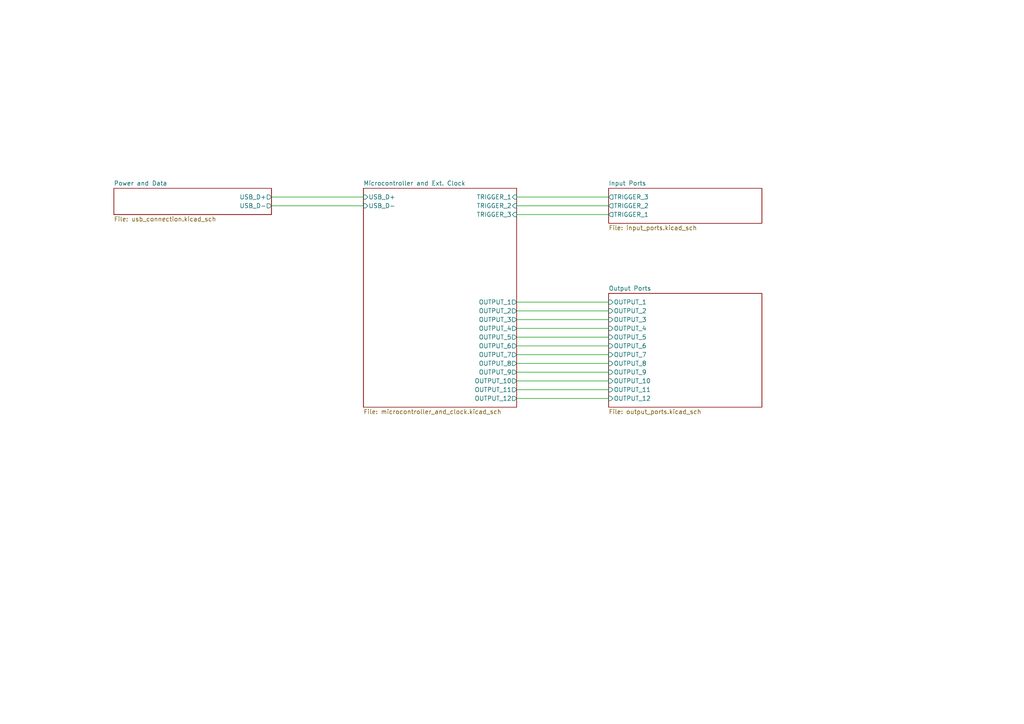
<source format=kicad_sch>
(kicad_sch
	(version 20250114)
	(generator "eeschema")
	(generator_version "9.0")
	(uuid "97d97b34-a2f9-4e5e-9870-299ade25a4f4")
	(paper "A4")
	(title_block
		(title "OpenSync Schematic")
		(date "2025-10-31")
		(rev "0.1")
		(company "OpenPIV Consortium")
	)
	(lib_symbols)
	(wire
		(pts
			(xy 149.86 110.49) (xy 176.53 110.49)
		)
		(stroke
			(width 0)
			(type default)
		)
		(uuid "056fdb12-fe10-47a7-be52-d64b84ebe9a1")
	)
	(wire
		(pts
			(xy 78.74 59.69) (xy 105.41 59.69)
		)
		(stroke
			(width 0)
			(type default)
		)
		(uuid "10a8bede-7b60-40cb-8267-921263c73f34")
	)
	(wire
		(pts
			(xy 149.86 102.87) (xy 176.53 102.87)
		)
		(stroke
			(width 0)
			(type default)
		)
		(uuid "110b15fb-e528-4e30-9109-a72e9a81309d")
	)
	(wire
		(pts
			(xy 149.86 100.33) (xy 176.53 100.33)
		)
		(stroke
			(width 0)
			(type default)
		)
		(uuid "27c68f03-4994-419f-9ced-7dbcc70673e0")
	)
	(wire
		(pts
			(xy 149.86 59.69) (xy 176.53 59.69)
		)
		(stroke
			(width 0)
			(type default)
		)
		(uuid "404fc0b5-ad9e-408d-ac95-07e99d776de1")
	)
	(wire
		(pts
			(xy 149.86 95.25) (xy 176.53 95.25)
		)
		(stroke
			(width 0)
			(type default)
		)
		(uuid "5ca378ae-eaf0-48b6-9cab-1a5d4c61ed54")
	)
	(wire
		(pts
			(xy 149.86 62.23) (xy 176.53 62.23)
		)
		(stroke
			(width 0)
			(type default)
		)
		(uuid "76448e18-9d52-4e5a-b3dc-ef505c1efaa6")
	)
	(wire
		(pts
			(xy 149.86 87.63) (xy 176.53 87.63)
		)
		(stroke
			(width 0)
			(type default)
		)
		(uuid "848904c4-d97e-4b2f-b48d-522fff3511ed")
	)
	(wire
		(pts
			(xy 78.74 57.15) (xy 105.41 57.15)
		)
		(stroke
			(width 0)
			(type default)
		)
		(uuid "84dbadb9-6530-4a71-b11e-221b8ed4d647")
	)
	(wire
		(pts
			(xy 149.86 97.79) (xy 176.53 97.79)
		)
		(stroke
			(width 0)
			(type default)
		)
		(uuid "84f60665-2535-4f66-a1fb-8731388efefc")
	)
	(wire
		(pts
			(xy 149.86 113.03) (xy 176.53 113.03)
		)
		(stroke
			(width 0)
			(type default)
		)
		(uuid "979a7f40-cf0a-4274-a4fb-8f901dd889ad")
	)
	(wire
		(pts
			(xy 149.86 105.41) (xy 176.53 105.41)
		)
		(stroke
			(width 0)
			(type default)
		)
		(uuid "a5a6d2f2-9772-49db-89f8-b43531a99916")
	)
	(wire
		(pts
			(xy 149.86 107.95) (xy 176.53 107.95)
		)
		(stroke
			(width 0)
			(type default)
		)
		(uuid "dd8f0b96-c0b7-44c0-8ad2-47d96284cdf1")
	)
	(wire
		(pts
			(xy 149.86 90.17) (xy 176.53 90.17)
		)
		(stroke
			(width 0)
			(type default)
		)
		(uuid "de5e03e6-1751-43a1-ab92-3a0013093bfb")
	)
	(wire
		(pts
			(xy 149.86 57.15) (xy 176.53 57.15)
		)
		(stroke
			(width 0)
			(type default)
		)
		(uuid "e2a58d8b-6e02-47b1-bf70-bccd3bf552c3")
	)
	(wire
		(pts
			(xy 149.86 92.71) (xy 176.53 92.71)
		)
		(stroke
			(width 0)
			(type default)
		)
		(uuid "fbb5d2c0-895c-4fdb-8c7e-1aa76cdc9056")
	)
	(wire
		(pts
			(xy 149.86 115.57) (xy 176.53 115.57)
		)
		(stroke
			(width 0)
			(type default)
		)
		(uuid "feb27614-3a4c-4465-90a0-b5222127d77f")
	)
	(sheet
		(at 105.41 54.61)
		(size 44.45 63.5)
		(exclude_from_sim no)
		(in_bom yes)
		(on_board yes)
		(dnp no)
		(fields_autoplaced yes)
		(stroke
			(width 0.1524)
			(type solid)
		)
		(fill
			(color 0 0 0 0.0000)
		)
		(uuid "1cb4b724-597c-4248-8518-89ecf4cdd3ac")
		(property "Sheetname" "Microcontroller and Ext. Clock"
			(at 105.41 53.8984 0)
			(effects
				(font
					(size 1.27 1.27)
				)
				(justify left bottom)
			)
		)
		(property "Sheetfile" "microcontroller_and_clock.kicad_sch"
			(at 105.41 118.6946 0)
			(effects
				(font
					(size 1.27 1.27)
				)
				(justify left top)
			)
		)
		(pin "OUTPUT_1" output
			(at 149.86 87.63 0)
			(uuid "d65e12b0-f756-4704-9fa0-fa4367c3c531")
			(effects
				(font
					(size 1.27 1.27)
				)
				(justify right)
			)
		)
		(pin "OUTPUT_2" output
			(at 149.86 90.17 0)
			(uuid "70f50aa9-3461-444a-9b6c-0f4d7b62000c")
			(effects
				(font
					(size 1.27 1.27)
				)
				(justify right)
			)
		)
		(pin "OUTPUT_3" output
			(at 149.86 92.71 0)
			(uuid "ad755855-cafd-4cb7-b6c0-a8ac50e161ae")
			(effects
				(font
					(size 1.27 1.27)
				)
				(justify right)
			)
		)
		(pin "OUTPUT_4" output
			(at 149.86 95.25 0)
			(uuid "bd732850-c9b0-43f0-b980-e713eece00c0")
			(effects
				(font
					(size 1.27 1.27)
				)
				(justify right)
			)
		)
		(pin "OUTPUT_5" output
			(at 149.86 97.79 0)
			(uuid "7d5f4ea6-fb36-4731-bf18-1d809753981b")
			(effects
				(font
					(size 1.27 1.27)
				)
				(justify right)
			)
		)
		(pin "OUTPUT_6" output
			(at 149.86 100.33 0)
			(uuid "3af9c1ce-c8b8-4b81-86f2-622ba68de2ab")
			(effects
				(font
					(size 1.27 1.27)
				)
				(justify right)
			)
		)
		(pin "OUTPUT_7" output
			(at 149.86 102.87 0)
			(uuid "3c84ac7d-2cca-4f46-b413-3fe8ab42f8d7")
			(effects
				(font
					(size 1.27 1.27)
				)
				(justify right)
			)
		)
		(pin "OUTPUT_8" output
			(at 149.86 105.41 0)
			(uuid "958257fb-a1b6-47c7-8259-1ac1f3fe0c3c")
			(effects
				(font
					(size 1.27 1.27)
				)
				(justify right)
			)
		)
		(pin "OUTPUT_9" output
			(at 149.86 107.95 0)
			(uuid "8aa14629-a9da-4493-9531-0ba799f977ef")
			(effects
				(font
					(size 1.27 1.27)
				)
				(justify right)
			)
		)
		(pin "OUTPUT_10" output
			(at 149.86 110.49 0)
			(uuid "99149519-8ac4-4a31-81a9-e85b70552607")
			(effects
				(font
					(size 1.27 1.27)
				)
				(justify right)
			)
		)
		(pin "OUTPUT_11" output
			(at 149.86 113.03 0)
			(uuid "ec6935b4-862a-4e9d-9da4-dd55e9f76173")
			(effects
				(font
					(size 1.27 1.27)
				)
				(justify right)
			)
		)
		(pin "OUTPUT_12" output
			(at 149.86 115.57 0)
			(uuid "7e123de7-fc53-4af8-b4e4-ba4d37e690b1")
			(effects
				(font
					(size 1.27 1.27)
				)
				(justify right)
			)
		)
		(pin "TRIGGER_1" input
			(at 149.86 57.15 0)
			(uuid "ced4272e-a850-469a-92f9-93cfd3e5bb1c")
			(effects
				(font
					(size 1.27 1.27)
				)
				(justify right)
			)
		)
		(pin "TRIGGER_2" input
			(at 149.86 59.69 0)
			(uuid "93a70603-e1d4-4105-bf6b-3de837e08f6a")
			(effects
				(font
					(size 1.27 1.27)
				)
				(justify right)
			)
		)
		(pin "TRIGGER_3" input
			(at 149.86 62.23 0)
			(uuid "5470131e-b967-482a-817d-acfc742b044e")
			(effects
				(font
					(size 1.27 1.27)
				)
				(justify right)
			)
		)
		(pin "USB_D+" input
			(at 105.41 57.15 180)
			(uuid "2041aa0a-28c5-44d6-9d76-cf8495db59f0")
			(effects
				(font
					(size 1.27 1.27)
				)
				(justify left)
			)
		)
		(pin "USB_D-" input
			(at 105.41 59.69 180)
			(uuid "e9dd4c28-8415-41d1-a4a1-7020d9d7f0fa")
			(effects
				(font
					(size 1.27 1.27)
				)
				(justify left)
			)
		)
		(instances
			(project "opensync_prototype"
				(path "/97d97b34-a2f9-4e5e-9870-299ade25a4f4"
					(page "2")
				)
			)
		)
	)
	(sheet
		(at 176.53 85.09)
		(size 44.45 33.02)
		(exclude_from_sim no)
		(in_bom yes)
		(on_board yes)
		(dnp no)
		(fields_autoplaced yes)
		(stroke
			(width 0.1524)
			(type solid)
		)
		(fill
			(color 0 0 0 0.0000)
		)
		(uuid "371fce6d-ac19-491d-b1fc-27f5ac1440e8")
		(property "Sheetname" "Output Ports"
			(at 176.53 84.3784 0)
			(effects
				(font
					(size 1.27 1.27)
				)
				(justify left bottom)
			)
		)
		(property "Sheetfile" "output_ports.kicad_sch"
			(at 176.53 118.6946 0)
			(effects
				(font
					(size 1.27 1.27)
				)
				(justify left top)
			)
		)
		(pin "OUTPUT_1" input
			(at 176.53 87.63 180)
			(uuid "8cd2d843-f51a-4cfd-934d-d98f2d967fbf")
			(effects
				(font
					(size 1.27 1.27)
				)
				(justify left)
			)
		)
		(pin "OUTPUT_2" input
			(at 176.53 90.17 180)
			(uuid "6f378fa7-8281-48ec-83f1-53198ec982bb")
			(effects
				(font
					(size 1.27 1.27)
				)
				(justify left)
			)
		)
		(pin "OUTPUT_3" input
			(at 176.53 92.71 180)
			(uuid "1b4c530a-82cf-4bff-8f02-5c4b5ea1ee10")
			(effects
				(font
					(size 1.27 1.27)
				)
				(justify left)
			)
		)
		(pin "OUTPUT_4" input
			(at 176.53 95.25 180)
			(uuid "46ceaf38-dc20-4bc2-b18e-60c3efa4035d")
			(effects
				(font
					(size 1.27 1.27)
				)
				(justify left)
			)
		)
		(pin "OUTPUT_5" input
			(at 176.53 97.79 180)
			(uuid "b44e8879-12af-4c0c-bf64-648d323d5efd")
			(effects
				(font
					(size 1.27 1.27)
				)
				(justify left)
			)
		)
		(pin "OUTPUT_6" input
			(at 176.53 100.33 180)
			(uuid "d2fa91e5-1937-4d48-a9ff-e17d07196b7e")
			(effects
				(font
					(size 1.27 1.27)
				)
				(justify left)
			)
		)
		(pin "OUTPUT_7" input
			(at 176.53 102.87 180)
			(uuid "fb534757-34c8-467d-b92a-46770a56bf96")
			(effects
				(font
					(size 1.27 1.27)
				)
				(justify left)
			)
		)
		(pin "OUTPUT_8" input
			(at 176.53 105.41 180)
			(uuid "74cf4a66-5abc-4620-88a6-363011a58ddf")
			(effects
				(font
					(size 1.27 1.27)
				)
				(justify left)
			)
		)
		(pin "OUTPUT_9" input
			(at 176.53 107.95 180)
			(uuid "a064835a-59f7-4372-a5a1-2445cccdeebf")
			(effects
				(font
					(size 1.27 1.27)
				)
				(justify left)
			)
		)
		(pin "OUTPUT_10" input
			(at 176.53 110.49 180)
			(uuid "5b99a9b5-ec86-4f13-8988-49de53b8e42d")
			(effects
				(font
					(size 1.27 1.27)
				)
				(justify left)
			)
		)
		(pin "OUTPUT_11" input
			(at 176.53 113.03 180)
			(uuid "40c68ea1-8a22-4aa3-9e97-bd639b2c4e6f")
			(effects
				(font
					(size 1.27 1.27)
				)
				(justify left)
			)
		)
		(pin "OUTPUT_12" input
			(at 176.53 115.57 180)
			(uuid "e094d688-2e4d-43b8-9acf-e732fcfde25d")
			(effects
				(font
					(size 1.27 1.27)
				)
				(justify left)
			)
		)
		(instances
			(project "opensync_prototype"
				(path "/97d97b34-a2f9-4e5e-9870-299ade25a4f4"
					(page "5")
				)
			)
		)
	)
	(sheet
		(at 33.02 54.61)
		(size 45.72 7.62)
		(exclude_from_sim no)
		(in_bom yes)
		(on_board yes)
		(dnp no)
		(fields_autoplaced yes)
		(stroke
			(width 0.1524)
			(type solid)
		)
		(fill
			(color 0 0 0 0.0000)
		)
		(uuid "73ed134d-44af-4d5d-a859-f740472c6953")
		(property "Sheetname" "Power and Data"
			(at 33.02 53.8984 0)
			(effects
				(font
					(size 1.27 1.27)
				)
				(justify left bottom)
			)
		)
		(property "Sheetfile" "usb_connection.kicad_sch"
			(at 33.02 62.8146 0)
			(effects
				(font
					(size 1.27 1.27)
				)
				(justify left top)
			)
		)
		(pin "USB_D+" output
			(at 78.74 57.15 0)
			(uuid "ddf9f798-04fc-47ea-8237-b602ffa4fc3f")
			(effects
				(font
					(size 1.27 1.27)
				)
				(justify right)
			)
		)
		(pin "USB_D-" output
			(at 78.74 59.69 0)
			(uuid "e4f67564-327b-47d8-9106-a11e2c8d68d3")
			(effects
				(font
					(size 1.27 1.27)
				)
				(justify right)
			)
		)
		(instances
			(project "opensync_prototype"
				(path "/97d97b34-a2f9-4e5e-9870-299ade25a4f4"
					(page "3")
				)
			)
		)
	)
	(sheet
		(at 176.53 54.61)
		(size 44.45 10.16)
		(exclude_from_sim no)
		(in_bom yes)
		(on_board yes)
		(dnp no)
		(fields_autoplaced yes)
		(stroke
			(width 0.1524)
			(type solid)
		)
		(fill
			(color 0 0 0 0.0000)
		)
		(uuid "ce4daf0f-5e68-458e-b8c1-0d90d8678163")
		(property "Sheetname" "Input Ports"
			(at 176.53 53.8984 0)
			(effects
				(font
					(size 1.27 1.27)
				)
				(justify left bottom)
			)
		)
		(property "Sheetfile" "input_ports.kicad_sch"
			(at 176.53 65.3546 0)
			(effects
				(font
					(size 1.27 1.27)
				)
				(justify left top)
			)
		)
		(pin "TRIGGER_1" output
			(at 176.53 62.23 180)
			(uuid "cb09b253-b034-4b8c-b405-2d6eecd9f6ef")
			(effects
				(font
					(size 1.27 1.27)
				)
				(justify left)
			)
		)
		(pin "TRIGGER_2" output
			(at 176.53 59.69 180)
			(uuid "c7992784-855a-4aee-9e98-b119962d86d4")
			(effects
				(font
					(size 1.27 1.27)
				)
				(justify left)
			)
		)
		(pin "TRIGGER_3" output
			(at 176.53 57.15 180)
			(uuid "aa1b9d84-a481-42d3-adf9-921ece0d3234")
			(effects
				(font
					(size 1.27 1.27)
				)
				(justify left)
			)
		)
		(instances
			(project "opensync_prototype"
				(path "/97d97b34-a2f9-4e5e-9870-299ade25a4f4"
					(page "4")
				)
			)
		)
	)
	(sheet_instances
		(path "/"
			(page "1")
		)
	)
	(embedded_fonts no)
)

</source>
